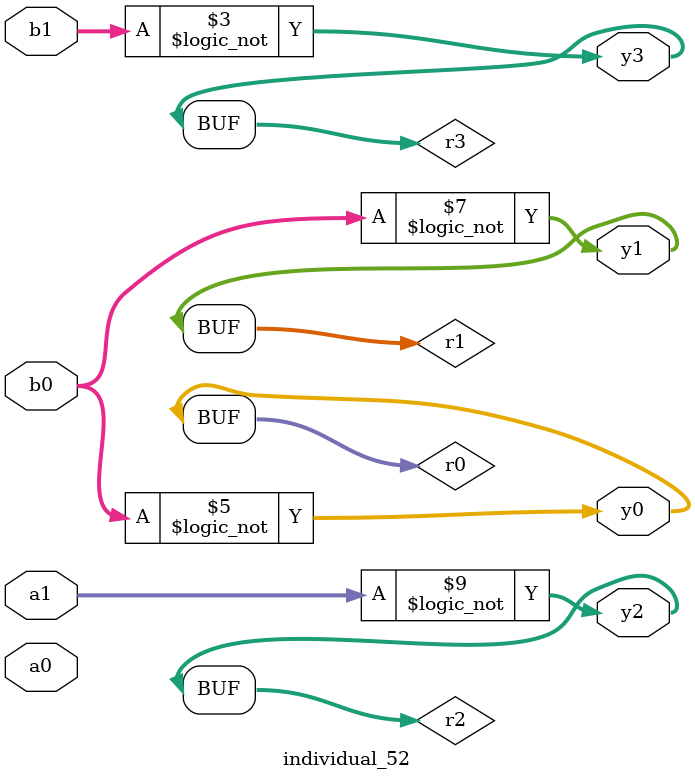
<source format=sv>
module individual_52(input logic [15:0] a1, input logic [15:0] a0, input logic [15:0] b1, input logic [15:0] b0, output logic [15:0] y3, output logic [15:0] y2, output logic [15:0] y1, output logic [15:0] y0);
logic [15:0] r0, r1, r2, r3; 
 always@(*) begin 
	 r0 = a0; r1 = a1; r2 = b0; r3 = b1; 
 	 r2 = ! r3 ;
 	 r3 = ! r3 ;
 	 r2 = ! r2 ;
 	 r0 = ! b0 ;
 	 r1  |=  r1 ;
 	 r1 = ! b0 ;
 	 r2  |=  r2 ;
 	 r2 = ! a1 ;
 	 y3 = r3; y2 = r2; y1 = r1; y0 = r0; 
end
endmodule
</source>
